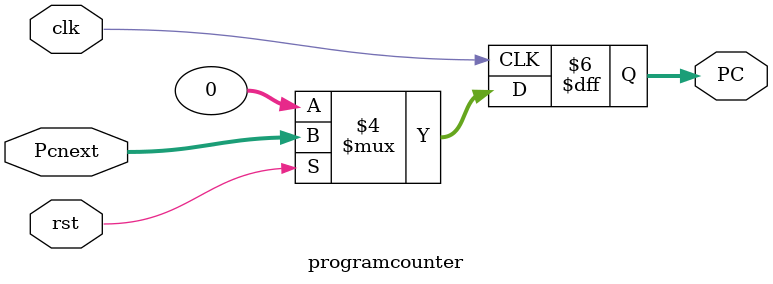
<source format=v>
module programcounter(
    input [31:0] Pcnext,
    input rst, clk,
    output reg [31:0] PC
);
always @(posedge clk) begin
  if (rst == 1'b0) begin
       PC = 32'b0;
    end
  else begin
       PC <= Pcnext;
    end      
end
endmodule
</source>
